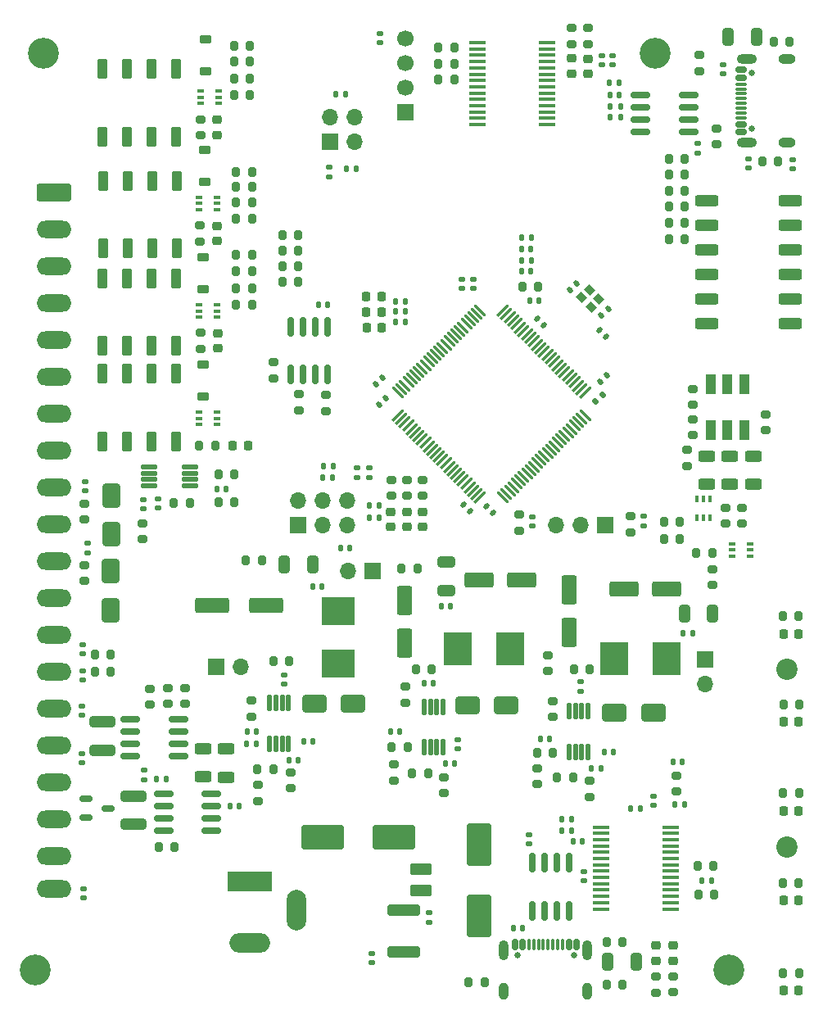
<source format=gbr>
%TF.GenerationSoftware,KiCad,Pcbnew,9.0.2*%
%TF.CreationDate,2025-12-23T12:34:07+01:00*%
%TF.ProjectId,HilBox,48696c42-6f78-42e6-9b69-6361645f7063,rev?*%
%TF.SameCoordinates,Original*%
%TF.FileFunction,Soldermask,Top*%
%TF.FilePolarity,Negative*%
%FSLAX46Y46*%
G04 Gerber Fmt 4.6, Leading zero omitted, Abs format (unit mm)*
G04 Created by KiCad (PCBNEW 9.0.2) date 2025-12-23 12:34:07*
%MOMM*%
%LPD*%
G01*
G04 APERTURE LIST*
G04 Aperture macros list*
%AMRoundRect*
0 Rectangle with rounded corners*
0 $1 Rounding radius*
0 $2 $3 $4 $5 $6 $7 $8 $9 X,Y pos of 4 corners*
0 Add a 4 corners polygon primitive as box body*
4,1,4,$2,$3,$4,$5,$6,$7,$8,$9,$2,$3,0*
0 Add four circle primitives for the rounded corners*
1,1,$1+$1,$2,$3*
1,1,$1+$1,$4,$5*
1,1,$1+$1,$6,$7*
1,1,$1+$1,$8,$9*
0 Add four rect primitives between the rounded corners*
20,1,$1+$1,$2,$3,$4,$5,0*
20,1,$1+$1,$4,$5,$6,$7,0*
20,1,$1+$1,$6,$7,$8,$9,0*
20,1,$1+$1,$8,$9,$2,$3,0*%
%AMRotRect*
0 Rectangle, with rotation*
0 The origin of the aperture is its center*
0 $1 length*
0 $2 width*
0 $3 Rotation angle, in degrees counterclockwise*
0 Add horizontal line*
21,1,$1,$2,0,0,$3*%
G04 Aperture macros list end*
%ADD10C,2.200000*%
%ADD11C,3.200000*%
%ADD12RoundRect,0.102000X0.400000X0.900000X-0.400000X0.900000X-0.400000X-0.900000X0.400000X-0.900000X0*%
%ADD13RoundRect,0.200000X-0.200000X-0.275000X0.200000X-0.275000X0.200000X0.275000X-0.200000X0.275000X0*%
%ADD14RoundRect,0.140000X-0.170000X0.140000X-0.170000X-0.140000X0.170000X-0.140000X0.170000X0.140000X0*%
%ADD15RoundRect,0.250000X-0.970000X-0.310000X0.970000X-0.310000X0.970000X0.310000X-0.970000X0.310000X0*%
%ADD16RoundRect,0.218750X-0.218750X-0.256250X0.218750X-0.256250X0.218750X0.256250X-0.218750X0.256250X0*%
%ADD17RoundRect,0.200000X0.200000X0.275000X-0.200000X0.275000X-0.200000X-0.275000X0.200000X-0.275000X0*%
%ADD18R,1.750000X0.450000*%
%ADD19O,1.800000X1.000000*%
%ADD20O,2.100000X1.000000*%
%ADD21RoundRect,0.150000X0.425000X-0.150000X0.425000X0.150000X-0.425000X0.150000X-0.425000X-0.150000X0*%
%ADD22RoundRect,0.075000X0.500000X-0.075000X0.500000X0.075000X-0.500000X0.075000X-0.500000X-0.075000X0*%
%ADD23C,0.650000*%
%ADD24RoundRect,0.200000X0.275000X-0.200000X0.275000X0.200000X-0.275000X0.200000X-0.275000X-0.200000X0*%
%ADD25RoundRect,0.200000X-0.275000X0.200000X-0.275000X-0.200000X0.275000X-0.200000X0.275000X0.200000X0*%
%ADD26RoundRect,0.250000X0.625000X-0.312500X0.625000X0.312500X-0.625000X0.312500X-0.625000X-0.312500X0*%
%ADD27RoundRect,0.135000X0.135000X0.185000X-0.135000X0.185000X-0.135000X-0.185000X0.135000X-0.185000X0*%
%ADD28RoundRect,0.135000X-0.135000X-0.185000X0.135000X-0.185000X0.135000X0.185000X-0.135000X0.185000X0*%
%ADD29RoundRect,0.250000X-0.325000X-0.650000X0.325000X-0.650000X0.325000X0.650000X-0.325000X0.650000X0*%
%ADD30O,1.700000X1.700000*%
%ADD31R,1.700000X1.700000*%
%ADD32RoundRect,0.100000X-0.225000X-0.100000X0.225000X-0.100000X0.225000X0.100000X-0.225000X0.100000X0*%
%ADD33RoundRect,0.218750X-0.256250X0.218750X-0.256250X-0.218750X0.256250X-0.218750X0.256250X0.218750X0*%
%ADD34RoundRect,0.218750X0.218750X0.256250X-0.218750X0.256250X-0.218750X-0.256250X0.218750X-0.256250X0*%
%ADD35RoundRect,0.140000X0.170000X-0.140000X0.170000X0.140000X-0.170000X0.140000X-0.170000X-0.140000X0*%
%ADD36O,3.600000X1.800000*%
%ADD37RoundRect,0.250000X-1.550000X0.650000X-1.550000X-0.650000X1.550000X-0.650000X1.550000X0.650000X0*%
%ADD38RoundRect,0.140000X-0.021213X0.219203X-0.219203X0.021213X0.021213X-0.219203X0.219203X-0.021213X0*%
%ADD39RoundRect,0.225000X-0.375000X0.225000X-0.375000X-0.225000X0.375000X-0.225000X0.375000X0.225000X0*%
%ADD40O,2.000000X4.200000*%
%ADD41O,4.200000X2.000000*%
%ADD42R,4.600000X2.000000*%
%ADD43RoundRect,0.250000X-1.250000X-0.550000X1.250000X-0.550000X1.250000X0.550000X-1.250000X0.550000X0*%
%ADD44RoundRect,0.100000X0.100000X-0.225000X0.100000X0.225000X-0.100000X0.225000X-0.100000X-0.225000X0*%
%ADD45R,1.100000X2.000000*%
%ADD46RoundRect,0.250000X0.325000X0.650000X-0.325000X0.650000X-0.325000X-0.650000X0.325000X-0.650000X0*%
%ADD47RoundRect,0.135000X0.185000X-0.135000X0.185000X0.135000X-0.185000X0.135000X-0.185000X-0.135000X0*%
%ADD48RoundRect,0.250000X0.650000X-0.325000X0.650000X0.325000X-0.650000X0.325000X-0.650000X-0.325000X0*%
%ADD49RoundRect,0.150000X0.825000X0.150000X-0.825000X0.150000X-0.825000X-0.150000X0.825000X-0.150000X0*%
%ADD50RoundRect,0.140000X-0.140000X-0.170000X0.140000X-0.170000X0.140000X0.170000X-0.140000X0.170000X0*%
%ADD51RoundRect,0.218750X0.256250X-0.218750X0.256250X0.218750X-0.256250X0.218750X-0.256250X-0.218750X0*%
%ADD52RoundRect,0.250000X1.450000X-0.312500X1.450000X0.312500X-1.450000X0.312500X-1.450000X-0.312500X0*%
%ADD53RoundRect,0.140000X-0.219203X-0.021213X-0.021213X-0.219203X0.219203X0.021213X0.021213X0.219203X0*%
%ADD54RoundRect,0.250000X1.000000X-1.950000X1.000000X1.950000X-1.000000X1.950000X-1.000000X-1.950000X0*%
%ADD55RoundRect,0.150000X0.150000X-0.825000X0.150000X0.825000X-0.150000X0.825000X-0.150000X-0.825000X0*%
%ADD56RoundRect,0.250000X-1.075000X0.312500X-1.075000X-0.312500X1.075000X-0.312500X1.075000X0.312500X0*%
%ADD57RoundRect,0.250000X-1.000000X-0.650000X1.000000X-0.650000X1.000000X0.650000X-1.000000X0.650000X0*%
%ADD58RoundRect,0.140000X0.140000X0.170000X-0.140000X0.170000X-0.140000X-0.170000X0.140000X-0.170000X0*%
%ADD59RoundRect,0.125000X-0.125000X0.687500X-0.125000X-0.687500X0.125000X-0.687500X0.125000X0.687500X0*%
%ADD60C,1.700000*%
%ADD61RoundRect,0.150000X-0.150000X0.825000X-0.150000X-0.825000X0.150000X-0.825000X0.150000X0.825000X0*%
%ADD62RoundRect,0.140000X0.021213X-0.219203X0.219203X-0.021213X-0.021213X0.219203X-0.219203X0.021213X0*%
%ADD63RotRect,0.900000X0.800000X315.000000*%
%ADD64RoundRect,0.125000X0.687500X0.125000X-0.687500X0.125000X-0.687500X-0.125000X0.687500X-0.125000X0*%
%ADD65RoundRect,0.135000X-0.185000X0.135000X-0.185000X-0.135000X0.185000X-0.135000X0.185000X0.135000X0*%
%ADD66RoundRect,0.150000X-0.150000X-0.425000X0.150000X-0.425000X0.150000X0.425000X-0.150000X0.425000X0*%
%ADD67RoundRect,0.075000X-0.075000X-0.500000X0.075000X-0.500000X0.075000X0.500000X-0.075000X0.500000X0*%
%ADD68O,1.000000X2.100000*%
%ADD69O,1.000000X1.800000*%
%ADD70R,3.500000X2.950000*%
%ADD71RoundRect,0.250000X0.550000X-1.250000X0.550000X1.250000X-0.550000X1.250000X-0.550000X-1.250000X0*%
%ADD72RoundRect,0.250000X1.075000X-0.312500X1.075000X0.312500X-1.075000X0.312500X-1.075000X-0.312500X0*%
%ADD73R,2.950000X3.500000*%
%ADD74RoundRect,0.150000X-0.512500X-0.150000X0.512500X-0.150000X0.512500X0.150000X-0.512500X0.150000X0*%
%ADD75RoundRect,0.135000X-0.035355X0.226274X-0.226274X0.035355X0.035355X-0.226274X0.226274X-0.035355X0*%
%ADD76RoundRect,0.250000X1.500000X0.550000X-1.500000X0.550000X-1.500000X-0.550000X1.500000X-0.550000X0*%
%ADD77RoundRect,0.250000X-0.650000X1.000000X-0.650000X-1.000000X0.650000X-1.000000X0.650000X1.000000X0*%
%ADD78RoundRect,0.250000X0.850000X-0.375000X0.850000X0.375000X-0.850000X0.375000X-0.850000X-0.375000X0*%
%ADD79RoundRect,0.250000X1.950000X1.000000X-1.950000X1.000000X-1.950000X-1.000000X1.950000X-1.000000X0*%
%ADD80RoundRect,0.075000X0.459619X0.565685X-0.565685X-0.459619X-0.459619X-0.565685X0.565685X0.459619X0*%
%ADD81RoundRect,0.075000X-0.459619X0.565685X-0.565685X0.459619X0.459619X-0.565685X0.565685X-0.459619X0*%
G04 APERTURE END LIST*
D10*
%TO.C,H5*%
X118300000Y-117900000D03*
%TD*%
%TO.C,H6*%
X118300000Y-136300000D03*
%TD*%
D11*
%TO.C,H4*%
X112350000Y-149000000D03*
%TD*%
%TO.C,H3*%
X40600000Y-149000000D03*
%TD*%
D12*
%TO.C,K4*%
X55210000Y-55862500D03*
X52670000Y-55862500D03*
X50130000Y-55862500D03*
X47590000Y-55862500D03*
X47590000Y-62862500D03*
X50130000Y-62862500D03*
X52670000Y-62862500D03*
X55210000Y-62862500D03*
%TD*%
D13*
%TO.C,R14*%
X82275000Y-55400000D03*
X83925000Y-55400000D03*
%TD*%
D14*
%TO.C,C7*%
X76300000Y-52220000D03*
X76300000Y-53180000D03*
%TD*%
D11*
%TO.C,H2*%
X104700000Y-54250000D03*
%TD*%
D15*
%TO.C,SW1*%
X118655000Y-69500000D03*
X118655000Y-72040000D03*
X118655000Y-74580000D03*
X118655000Y-77120000D03*
X118655000Y-79660000D03*
X118655000Y-82200000D03*
X110045000Y-82200000D03*
X110045000Y-79660000D03*
X110045000Y-77120000D03*
X110045000Y-74580000D03*
X110045000Y-72040000D03*
X110045000Y-69500000D03*
%TD*%
D16*
%TO.C,D7*%
X119537500Y-114300000D03*
X117962500Y-114300000D03*
%TD*%
D17*
%TO.C,R27*%
X117875000Y-112400000D03*
X119525000Y-112400000D03*
%TD*%
D18*
%TO.C,U12*%
X86300000Y-53175000D03*
X86300000Y-53825000D03*
X86300000Y-54475000D03*
X86300000Y-55125000D03*
X86300000Y-55775000D03*
X86300000Y-56425000D03*
X86300000Y-57075000D03*
X86300000Y-57725000D03*
X86300000Y-58375000D03*
X86300000Y-59025000D03*
X86300000Y-59675000D03*
X86300000Y-60325000D03*
X86300000Y-60975000D03*
X86300000Y-61625000D03*
X93500000Y-61625000D03*
X93500000Y-60975000D03*
X93500000Y-60325000D03*
X93500000Y-59675000D03*
X93500000Y-59025000D03*
X93500000Y-58375000D03*
X93500000Y-57725000D03*
X93500000Y-57075000D03*
X93500000Y-56425000D03*
X93500000Y-55775000D03*
X93500000Y-55125000D03*
X93500000Y-54475000D03*
X93500000Y-53825000D03*
X93500000Y-53175000D03*
%TD*%
D19*
%TO.C,J7*%
X118375000Y-54880000D03*
D20*
X114195000Y-54880000D03*
D19*
X118375000Y-63520000D03*
D20*
X114195000Y-63520000D03*
D21*
X113620000Y-62400000D03*
X113620000Y-61600000D03*
D22*
X113620000Y-60950000D03*
X113620000Y-59950000D03*
X113620000Y-58450000D03*
X113620000Y-57450000D03*
D21*
X113620000Y-56800000D03*
X113620000Y-56000000D03*
X113620000Y-56000000D03*
X113620000Y-56800000D03*
D22*
X113620000Y-57950000D03*
X113620000Y-58950000D03*
X113620000Y-59450000D03*
X113620000Y-60450000D03*
D21*
X113620000Y-61600000D03*
X113620000Y-62400000D03*
D23*
X114695000Y-56310000D03*
X114695000Y-62090000D03*
%TD*%
D14*
%TO.C,C17*%
X114400000Y-66110000D03*
X114400000Y-65150000D03*
%TD*%
D17*
%TO.C,R20*%
X115775000Y-65400000D03*
X117425000Y-65400000D03*
%TD*%
D14*
%TO.C,C16*%
X118900000Y-66230000D03*
X118900000Y-65270000D03*
%TD*%
%TO.C,C15*%
X109150000Y-64580000D03*
X109150000Y-63620000D03*
%TD*%
D24*
%TO.C,R17*%
X111050000Y-62025000D03*
X111050000Y-63675000D03*
%TD*%
D16*
%TO.C,D11*%
X119537500Y-151150000D03*
X117962500Y-151150000D03*
%TD*%
D17*
%TO.C,R31*%
X117925000Y-149350000D03*
X119575000Y-149350000D03*
%TD*%
D16*
%TO.C,D10*%
X119537500Y-141800000D03*
X117962500Y-141800000D03*
%TD*%
D25*
%TO.C,R16*%
X109300000Y-56125000D03*
X109300000Y-54475000D03*
%TD*%
%TO.C,R43*%
X108600000Y-93725000D03*
X108600000Y-92075000D03*
%TD*%
D26*
%TO.C,R40*%
X110050000Y-98812500D03*
X110050000Y-95887500D03*
%TD*%
%TO.C,R39*%
X114850000Y-98812500D03*
X114850000Y-95887500D03*
%TD*%
%TO.C,R38*%
X112450000Y-98812500D03*
X112450000Y-95887500D03*
%TD*%
D27*
%TO.C,R193*%
X90890000Y-73350000D03*
X91910000Y-73350000D03*
%TD*%
D28*
%TO.C,R113*%
X62490000Y-125600000D03*
X63510000Y-125600000D03*
%TD*%
D26*
%TO.C,R83*%
X57950000Y-129062500D03*
X57950000Y-126137500D03*
%TD*%
%TO.C,R82*%
X60350000Y-129112500D03*
X60350000Y-126187500D03*
%TD*%
D29*
%TO.C,C116*%
X69275000Y-107100000D03*
X66325000Y-107100000D03*
%TD*%
D30*
%TO.C,J24*%
X72855000Y-100485000D03*
X72854999Y-103025000D03*
X70315000Y-100485000D03*
X70315000Y-103025000D03*
X67775000Y-100485000D03*
D31*
X67775000Y-103025000D03*
%TD*%
D24*
%TO.C,R69*%
X57700000Y-83175000D03*
X57700000Y-84825000D03*
%TD*%
D13*
%TO.C,R66*%
X67825000Y-73100000D03*
X66175000Y-73100000D03*
%TD*%
D32*
%TO.C,Q9*%
X59450000Y-91350000D03*
X59450000Y-92000000D03*
X59450000Y-92650000D03*
X57550000Y-92650000D03*
X57550000Y-92000000D03*
X57550000Y-91350000D03*
%TD*%
D13*
%TO.C,R65*%
X67825000Y-74700000D03*
X66175000Y-74700000D03*
%TD*%
%TO.C,R164*%
X67825000Y-77900000D03*
X66175000Y-77900000D03*
%TD*%
%TO.C,R64*%
X59225000Y-94800000D03*
X57575000Y-94800000D03*
%TD*%
%TO.C,R165*%
X67825000Y-76300000D03*
X66175000Y-76300000D03*
%TD*%
D33*
%TO.C,D15*%
X59400000Y-61137500D03*
X59400000Y-62712500D03*
%TD*%
%TO.C,D14*%
X59400000Y-72112500D03*
X59400000Y-73687500D03*
%TD*%
%TO.C,D12*%
X59500000Y-83212500D03*
X59500000Y-84787500D03*
%TD*%
D34*
%TO.C,D3*%
X62587500Y-94800000D03*
X61012500Y-94800000D03*
%TD*%
D28*
%TO.C,R13*%
X77840000Y-79900000D03*
X78860000Y-79900000D03*
%TD*%
D14*
%TO.C,C5*%
X45550000Y-118070000D03*
X45550000Y-119030000D03*
%TD*%
D35*
%TO.C,C3*%
X45550000Y-116330000D03*
X45550000Y-115370000D03*
%TD*%
D36*
%TO.C,J1*%
X42519600Y-140614400D03*
X42519600Y-137199400D03*
X42519600Y-133389400D03*
X42519600Y-129579400D03*
X42519600Y-125769400D03*
X42519600Y-121959400D03*
X42519600Y-118149400D03*
X42519600Y-114339400D03*
X42519600Y-110529400D03*
X42519600Y-106719400D03*
X42519600Y-102909400D03*
X42519600Y-99099400D03*
X42519600Y-95289400D03*
X42519600Y-91479400D03*
X42519600Y-87669400D03*
X42519600Y-83859400D03*
X42519600Y-80049400D03*
X42519600Y-76239400D03*
X42519600Y-72429400D03*
D37*
X42519600Y-68619400D03*
%TD*%
D38*
%TO.C,C101*%
X75810589Y-88439411D03*
X76489411Y-87760589D03*
%TD*%
D28*
%TO.C,R125*%
X78860000Y-80950000D03*
X77840000Y-80950000D03*
%TD*%
%TO.C,R166*%
X78860000Y-82000000D03*
X77840000Y-82000000D03*
%TD*%
D39*
%TO.C,D21*%
X58100000Y-64250000D03*
X58100000Y-67550000D03*
%TD*%
%TO.C,D19*%
X58000000Y-75350000D03*
X58000000Y-78650000D03*
%TD*%
%TO.C,D16*%
X58000000Y-86450000D03*
X58000000Y-89750000D03*
%TD*%
%TO.C,D4*%
X58250000Y-52850000D03*
X58250000Y-56150000D03*
%TD*%
D24*
%TO.C,R12*%
X57700000Y-62750000D03*
X57700000Y-61100000D03*
%TD*%
D13*
%TO.C,R11*%
X61150000Y-53500000D03*
X62800000Y-53500000D03*
%TD*%
%TO.C,R10*%
X61150000Y-58600000D03*
X62800000Y-58600000D03*
%TD*%
%TO.C,R9*%
X61150000Y-56900000D03*
X62800000Y-56900000D03*
%TD*%
%TO.C,R8*%
X61150000Y-55100000D03*
X62800000Y-55100000D03*
%TD*%
D32*
%TO.C,Q3*%
X57700000Y-58150000D03*
X57700000Y-58800000D03*
X57700000Y-59450000D03*
X59600000Y-59450000D03*
X59600000Y-58800000D03*
X59600000Y-58150000D03*
%TD*%
D40*
%TO.C,J2*%
X67600000Y-142800000D03*
D41*
X62800000Y-146200000D03*
D42*
X62800000Y-139900000D03*
%TD*%
D14*
%TO.C,C22*%
X45600000Y-141580000D03*
X45600000Y-140620000D03*
%TD*%
D35*
%TO.C,C48*%
X45400000Y-121720000D03*
X45400000Y-122680000D03*
%TD*%
D24*
%TO.C,R85*%
X56100000Y-119875000D03*
X56100000Y-121525000D03*
%TD*%
D43*
%TO.C,C60*%
X105900000Y-109600000D03*
X101500000Y-109600000D03*
%TD*%
D25*
%TO.C,R51*%
X110600000Y-107575000D03*
X110600000Y-109225000D03*
%TD*%
D17*
%TO.C,R50*%
X110625000Y-105950000D03*
X108975000Y-105950000D03*
%TD*%
D25*
%TO.C,R49*%
X113650000Y-101225000D03*
X113650000Y-102875000D03*
%TD*%
%TO.C,R48*%
X112000000Y-101225000D03*
X112000000Y-102875000D03*
%TD*%
D24*
%TO.C,R46*%
X108600000Y-90625000D03*
X108600000Y-88975000D03*
%TD*%
D25*
%TO.C,R45*%
X116150000Y-91575000D03*
X116150000Y-93225000D03*
%TD*%
%TO.C,R44*%
X108000000Y-95275000D03*
X108000000Y-96925000D03*
%TD*%
D17*
%TO.C,R42*%
X107275000Y-102700000D03*
X105625000Y-102700000D03*
%TD*%
D13*
%TO.C,R41*%
X105625000Y-104450000D03*
X107275000Y-104450000D03*
%TD*%
D32*
%TO.C,Q2*%
X112650000Y-104950000D03*
X112650000Y-105600000D03*
X112650000Y-106250000D03*
X114550000Y-106250000D03*
X114550000Y-105600000D03*
X114550000Y-104950000D03*
%TD*%
D44*
%TO.C,Q1*%
X109050000Y-102250000D03*
X109700000Y-102250000D03*
X110350000Y-102250000D03*
X110350000Y-100350000D03*
X109700000Y-100350000D03*
X109050000Y-100350000D03*
%TD*%
D45*
%TO.C,D13*%
X110500000Y-93250000D03*
X112200000Y-93250000D03*
X113900000Y-93250000D03*
X113900000Y-88450000D03*
X112200000Y-88450000D03*
X110500000Y-88450000D03*
%TD*%
D46*
%TO.C,C95*%
X99825000Y-148200000D03*
X102775000Y-148200000D03*
%TD*%
D17*
%TO.C,R32*%
X107775000Y-65200000D03*
X106125000Y-65200000D03*
%TD*%
D47*
%TO.C,R161*%
X71035000Y-67075000D03*
X71035000Y-66055000D03*
%TD*%
D17*
%TO.C,R3*%
X61225000Y-97800000D03*
X59575000Y-97800000D03*
%TD*%
%TO.C,R148*%
X48425000Y-116450000D03*
X46775000Y-116450000D03*
%TD*%
D13*
%TO.C,R105*%
X79975000Y-117900000D03*
X81625000Y-117900000D03*
%TD*%
D17*
%TO.C,R15*%
X118625000Y-53050000D03*
X116975000Y-53050000D03*
%TD*%
D35*
%TO.C,C6*%
X45800000Y-99480000D03*
X45800000Y-98520000D03*
%TD*%
D48*
%TO.C,C115*%
X83100000Y-109775000D03*
X83100000Y-106825000D03*
%TD*%
D49*
%TO.C,U28*%
X55425000Y-126905000D03*
X55425000Y-125635000D03*
X55425000Y-124365000D03*
X55425000Y-123095000D03*
X50475000Y-123095000D03*
X50475000Y-124365000D03*
X50475000Y-125635000D03*
X50475000Y-126905000D03*
%TD*%
D17*
%TO.C,R110*%
X65225000Y-128300000D03*
X63575000Y-128300000D03*
%TD*%
D50*
%TO.C,C59*%
X92820000Y-125150000D03*
X93780000Y-125150000D03*
%TD*%
D51*
%TO.C,D5*%
X96100000Y-56387500D03*
X96100000Y-54812500D03*
%TD*%
D17*
%TO.C,R115*%
X64025000Y-106700000D03*
X62375000Y-106700000D03*
%TD*%
D13*
%TO.C,R98*%
X92475000Y-126600000D03*
X94125000Y-126600000D03*
%TD*%
D31*
%TO.C,J22*%
X75475000Y-107800000D03*
D30*
X72935000Y-107800000D03*
%TD*%
D17*
%TO.C,R36*%
X107775000Y-71750000D03*
X106125000Y-71750000D03*
%TD*%
D52*
%TO.C,F1*%
X78750000Y-147137500D03*
X78750000Y-142862500D03*
%TD*%
D53*
%TO.C,C85*%
X92500000Y-81700000D03*
X93178822Y-82378822D03*
%TD*%
D51*
%TO.C,D36*%
X79050000Y-103237500D03*
X79050000Y-101662500D03*
%TD*%
D27*
%TO.C,R163*%
X72745000Y-58465000D03*
X71725000Y-58465000D03*
%TD*%
D17*
%TO.C,R144*%
X101325000Y-146100000D03*
X99675000Y-146100000D03*
%TD*%
D54*
%TO.C,C54*%
X86500000Y-143450000D03*
X86500000Y-136050000D03*
%TD*%
D17*
%TO.C,R37*%
X107775000Y-73450000D03*
X106125000Y-73450000D03*
%TD*%
D35*
%TO.C,C70*%
X66325000Y-119480000D03*
X66325000Y-118520000D03*
%TD*%
D50*
%TO.C,C18*%
X100020000Y-58550000D03*
X100980000Y-58550000D03*
%TD*%
D55*
%TO.C,U4*%
X91995000Y-142875000D03*
X93265000Y-142875000D03*
X94535000Y-142875000D03*
X95805000Y-142875000D03*
X95805000Y-137925000D03*
X94535000Y-137925000D03*
X93265000Y-137925000D03*
X91995000Y-137925000D03*
%TD*%
D17*
%TO.C,R28*%
X119625000Y-121600000D03*
X117975000Y-121600000D03*
%TD*%
D56*
%TO.C,R87*%
X47550000Y-123387500D03*
X47550000Y-126312500D03*
%TD*%
D25*
%TO.C,R130*%
X77450000Y-98375000D03*
X77450000Y-100025000D03*
%TD*%
%TO.C,R157*%
X90650000Y-101975000D03*
X90650000Y-103625000D03*
%TD*%
D14*
%TO.C,C63*%
X84300000Y-125220000D03*
X84300000Y-126180000D03*
%TD*%
D25*
%TO.C,R184*%
X45700000Y-107175000D03*
X45700000Y-108825000D03*
%TD*%
D57*
%TO.C,D28*%
X85300000Y-121700000D03*
X89300000Y-121700000D03*
%TD*%
D24*
%TO.C,R101*%
X97900000Y-131125000D03*
X97900000Y-129475000D03*
%TD*%
D28*
%TO.C,R162*%
X72825000Y-66165000D03*
X73845000Y-66165000D03*
%TD*%
D58*
%TO.C,C71*%
X70280000Y-109400000D03*
X69320000Y-109400000D03*
%TD*%
D50*
%TO.C,C73*%
X62520000Y-124400000D03*
X63480000Y-124400000D03*
%TD*%
D24*
%TO.C,R104*%
X78850000Y-121375000D03*
X78850000Y-119725000D03*
%TD*%
D35*
%TO.C,C42*%
X104500000Y-132030000D03*
X104500000Y-131070000D03*
%TD*%
%TO.C,C20*%
X100300000Y-55480000D03*
X100300000Y-54520000D03*
%TD*%
D49*
%TO.C,U27*%
X58825000Y-134605000D03*
X58825000Y-133335000D03*
X58825000Y-132065000D03*
X58825000Y-130795000D03*
X53875000Y-130795000D03*
X53875000Y-132065000D03*
X53875000Y-133335000D03*
X53875000Y-134605000D03*
%TD*%
D11*
%TO.C,H1*%
X41450000Y-54250000D03*
%TD*%
D58*
%TO.C,C96*%
X90980000Y-144700000D03*
X90020000Y-144700000D03*
%TD*%
D17*
%TO.C,R142*%
X101325000Y-150500000D03*
X99675000Y-150500000D03*
%TD*%
D28*
%TO.C,R18*%
X95090000Y-133400000D03*
X96110000Y-133400000D03*
%TD*%
D17*
%TO.C,R35*%
X107775000Y-70100000D03*
X106125000Y-70100000D03*
%TD*%
D49*
%TO.C,U11*%
X108175000Y-62355000D03*
X108175000Y-61085000D03*
X108175000Y-59815000D03*
X108175000Y-58545000D03*
X103225000Y-58545000D03*
X103225000Y-59815000D03*
X103225000Y-61085000D03*
X103225000Y-62355000D03*
%TD*%
D25*
%TO.C,R114*%
X63650000Y-129875000D03*
X63650000Y-131525000D03*
%TD*%
D59*
%TO.C,U31*%
X66800000Y-121387500D03*
X66150000Y-121387500D03*
X65500000Y-121387500D03*
X64850000Y-121387500D03*
X64850000Y-125612500D03*
X65500000Y-125612500D03*
X66150000Y-125612500D03*
X66800000Y-125612500D03*
%TD*%
D24*
%TO.C,R124*%
X106600000Y-151325000D03*
X106600000Y-149675000D03*
%TD*%
D50*
%TO.C,C69*%
X68345000Y-125350000D03*
X69305000Y-125350000D03*
%TD*%
D16*
%TO.C,D8*%
X117962500Y-123350000D03*
X119537500Y-123350000D03*
%TD*%
D14*
%TO.C,C40*%
X97300000Y-138820000D03*
X97300000Y-139780000D03*
%TD*%
D25*
%TO.C,R116*%
X106950000Y-130550000D03*
X106950000Y-128900000D03*
%TD*%
D13*
%TO.C,R146*%
X109075000Y-138275000D03*
X110725000Y-138275000D03*
%TD*%
D31*
%TO.C,J8*%
X78900000Y-60380000D03*
D60*
X78900000Y-57840000D03*
X78900000Y-55300000D03*
X78900000Y-52760000D03*
%TD*%
D25*
%TO.C,R2*%
X67850000Y-89525000D03*
X67850000Y-91175000D03*
%TD*%
D13*
%TO.C,R178*%
X61375000Y-69700000D03*
X63025000Y-69700000D03*
%TD*%
D50*
%TO.C,C77*%
X107730000Y-131925000D03*
X106770000Y-131925000D03*
%TD*%
%TO.C,C43*%
X60770000Y-132100000D03*
X61730000Y-132100000D03*
%TD*%
D25*
%TO.C,R7*%
X65250000Y-86225000D03*
X65250000Y-87875000D03*
%TD*%
D27*
%TO.C,R172*%
X76160000Y-101000000D03*
X75140000Y-101000000D03*
%TD*%
D50*
%TO.C,C65*%
X82620000Y-111400000D03*
X83580000Y-111400000D03*
%TD*%
D17*
%TO.C,R122*%
X48425000Y-118200000D03*
X46775000Y-118200000D03*
%TD*%
D25*
%TO.C,R1*%
X70700000Y-89575000D03*
X70700000Y-91225000D03*
%TD*%
D28*
%TO.C,R195*%
X95090000Y-134600000D03*
X96110000Y-134600000D03*
%TD*%
D61*
%TO.C,U2*%
X70855000Y-82525000D03*
X69585000Y-82525000D03*
X68315000Y-82525000D03*
X67045000Y-82525000D03*
X67045000Y-87475000D03*
X68315000Y-87475000D03*
X69585000Y-87475000D03*
X70855000Y-87475000D03*
%TD*%
D13*
%TO.C,R71*%
X61375000Y-66500000D03*
X63025000Y-66500000D03*
%TD*%
D25*
%TO.C,R129*%
X79050000Y-98375000D03*
X79050000Y-100025000D03*
%TD*%
D28*
%TO.C,R127*%
X70330000Y-98100000D03*
X71350000Y-98100000D03*
%TD*%
D13*
%TO.C,R175*%
X61375000Y-78600000D03*
X63025000Y-78600000D03*
%TD*%
D51*
%TO.C,D6*%
X97800000Y-56400000D03*
X97800000Y-54825000D03*
%TD*%
D53*
%TO.C,C81*%
X87260589Y-101060589D03*
X87939411Y-101739411D03*
%TD*%
D17*
%TO.C,R108*%
X80125000Y-107500000D03*
X78475000Y-107500000D03*
%TD*%
D28*
%TO.C,R22*%
X99990000Y-57350000D03*
X101010000Y-57350000D03*
%TD*%
D58*
%TO.C,C88*%
X92680000Y-79800000D03*
X91720000Y-79800000D03*
%TD*%
D62*
%TO.C,C83*%
X99060589Y-88239411D03*
X99739411Y-87560589D03*
%TD*%
D35*
%TO.C,C84*%
X85900000Y-78580000D03*
X85900000Y-77620000D03*
%TD*%
D25*
%TO.C,R107*%
X77700000Y-127775000D03*
X77700000Y-129425000D03*
%TD*%
D51*
%TO.C,D35*%
X80650000Y-103237500D03*
X80650000Y-101662500D03*
%TD*%
D17*
%TO.C,R96*%
X96225000Y-129100000D03*
X94575000Y-129100000D03*
%TD*%
D28*
%TO.C,R174*%
X102190000Y-132300000D03*
X103210000Y-132300000D03*
%TD*%
D13*
%TO.C,R106*%
X77475000Y-126000000D03*
X79125000Y-126000000D03*
%TD*%
D31*
%TO.C,J21*%
X109850000Y-116925000D03*
D30*
X109850000Y-119465000D03*
%TD*%
D13*
%TO.C,R176*%
X61375000Y-80300000D03*
X63025000Y-80300000D03*
%TD*%
D38*
%TO.C,C82*%
X76845135Y-89908954D03*
X76166313Y-90587776D03*
%TD*%
D25*
%TO.C,R99*%
X92500000Y-128175000D03*
X92500000Y-129825000D03*
%TD*%
D14*
%TO.C,C47*%
X92000000Y-102170000D03*
X92000000Y-103130000D03*
%TD*%
D59*
%TO.C,U30*%
X82775000Y-121787500D03*
X82125000Y-121787500D03*
X81475000Y-121787500D03*
X80825000Y-121787500D03*
X80825000Y-126012500D03*
X81475000Y-126012500D03*
X82125000Y-126012500D03*
X82775000Y-126012500D03*
%TD*%
D63*
%TO.C,Y1*%
X97116117Y-79493934D03*
X98106066Y-80483883D03*
X98883883Y-79706066D03*
X97893934Y-78716117D03*
%TD*%
D64*
%TO.C,U24*%
X56612500Y-98975000D03*
X56612500Y-98325000D03*
X56612500Y-97675000D03*
X56612500Y-97025000D03*
X52387500Y-97025000D03*
X52387500Y-97675000D03*
X52387500Y-98325000D03*
X52387500Y-98975000D03*
%TD*%
D50*
%TO.C,C106*%
X59370000Y-99300000D03*
X60330000Y-99300000D03*
%TD*%
D24*
%TO.C,R88*%
X52500000Y-121575000D03*
X52500000Y-119925000D03*
%TD*%
%TO.C,R109*%
X67000000Y-130225000D03*
X67000000Y-128575000D03*
%TD*%
D50*
%TO.C,C87*%
X90920000Y-76800000D03*
X91880000Y-76800000D03*
%TD*%
D58*
%TO.C,C64*%
X81780000Y-119400000D03*
X80820000Y-119400000D03*
%TD*%
D12*
%TO.C,K3*%
X55260000Y-67450000D03*
X52720000Y-67450000D03*
X50180000Y-67450000D03*
X47640000Y-67450000D03*
X47640000Y-74450000D03*
X50180000Y-74450000D03*
X52720000Y-74450000D03*
X55260000Y-74450000D03*
%TD*%
D25*
%TO.C,R156*%
X102200000Y-102125000D03*
X102200000Y-103775000D03*
%TD*%
D35*
%TO.C,C99*%
X84700000Y-78580000D03*
X84700000Y-77620000D03*
%TD*%
D58*
%TO.C,C41*%
X97180000Y-135700000D03*
X96220000Y-135700000D03*
%TD*%
D31*
%TO.C,J20*%
X71060000Y-63440000D03*
D30*
X71060000Y-60900000D03*
X73600000Y-63440000D03*
X73600000Y-60900000D03*
%TD*%
D31*
%TO.C,J23*%
X59300000Y-117700000D03*
D30*
X61840000Y-117700000D03*
%TD*%
D31*
%TO.C,J11*%
X99580000Y-103000000D03*
D30*
X97040000Y-103000000D03*
X94500000Y-103000000D03*
%TD*%
D35*
%TO.C,C4*%
X46000000Y-105880000D03*
X46000000Y-104920000D03*
%TD*%
D14*
%TO.C,C46*%
X103550000Y-102120000D03*
X103550000Y-103080000D03*
%TD*%
D16*
%TO.C,D33*%
X74862500Y-82650000D03*
X76437500Y-82650000D03*
%TD*%
D50*
%TO.C,C39*%
X109570000Y-139750000D03*
X110530000Y-139750000D03*
%TD*%
D28*
%TO.C,R167*%
X75140000Y-102300000D03*
X76160000Y-102300000D03*
%TD*%
D18*
%TO.C,U10*%
X106300000Y-142700000D03*
X106300000Y-142050000D03*
X106300000Y-141400000D03*
X106300000Y-140750000D03*
X106300000Y-140100000D03*
X106300000Y-139450000D03*
X106300000Y-138800000D03*
X106300000Y-138150000D03*
X106300000Y-137500000D03*
X106300000Y-136850000D03*
X106300000Y-136200000D03*
X106300000Y-135550000D03*
X106300000Y-134900000D03*
X106300000Y-134250000D03*
X99100000Y-134250000D03*
X99100000Y-134900000D03*
X99100000Y-135550000D03*
X99100000Y-136200000D03*
X99100000Y-136850000D03*
X99100000Y-137500000D03*
X99100000Y-138150000D03*
X99100000Y-138800000D03*
X99100000Y-139450000D03*
X99100000Y-140100000D03*
X99100000Y-140750000D03*
X99100000Y-141400000D03*
X99100000Y-142050000D03*
X99100000Y-142700000D03*
%TD*%
D17*
%TO.C,R29*%
X119575000Y-130750000D03*
X117925000Y-130750000D03*
%TD*%
D65*
%TO.C,R171*%
X75150000Y-97140000D03*
X75150000Y-98160000D03*
%TD*%
D13*
%TO.C,R143*%
X85425000Y-150250000D03*
X87075000Y-150250000D03*
%TD*%
D23*
%TO.C,J5*%
X90510000Y-147495000D03*
X96290000Y-147495000D03*
D66*
X90200000Y-146420000D03*
X91000000Y-146420000D03*
D67*
X92150000Y-146420000D03*
X93150000Y-146420000D03*
X93650000Y-146420000D03*
X94650000Y-146420000D03*
D66*
X95800000Y-146420000D03*
X96600000Y-146420000D03*
X96600000Y-146420000D03*
X95800000Y-146420000D03*
D67*
X95150000Y-146420000D03*
X94150000Y-146420000D03*
X92650000Y-146420000D03*
X91650000Y-146420000D03*
D66*
X91000000Y-146420000D03*
X90200000Y-146420000D03*
D68*
X89080000Y-146995000D03*
D69*
X89080000Y-151175000D03*
D68*
X97720000Y-146995000D03*
D69*
X97720000Y-151175000D03*
%TD*%
D58*
%TO.C,C61*%
X108580000Y-114200000D03*
X107620000Y-114200000D03*
%TD*%
D50*
%TO.C,C68*%
X66820000Y-127300000D03*
X67780000Y-127300000D03*
%TD*%
D17*
%TO.C,R81*%
X55025000Y-136300000D03*
X53375000Y-136300000D03*
%TD*%
D70*
%TO.C,L3*%
X71975000Y-117375000D03*
X71975000Y-111925000D03*
%TD*%
D28*
%TO.C,R118*%
X90890001Y-75650000D03*
X91909999Y-75650000D03*
%TD*%
D29*
%TO.C,C114*%
X107725000Y-112200000D03*
X110675000Y-112200000D03*
%TD*%
D35*
%TO.C,C14*%
X111700000Y-56400000D03*
X111700000Y-55440000D03*
%TD*%
D17*
%TO.C,R25*%
X83925000Y-57000000D03*
X82275000Y-57000000D03*
%TD*%
D71*
%TO.C,C74*%
X95800000Y-114100000D03*
X95800000Y-109700000D03*
%TD*%
D14*
%TO.C,C49*%
X45450000Y-126620000D03*
X45450000Y-127580000D03*
%TD*%
D59*
%TO.C,U29*%
X97775000Y-122237500D03*
X97125000Y-122237500D03*
X96475000Y-122237500D03*
X95825000Y-122237500D03*
X95825000Y-126462500D03*
X96475000Y-126462500D03*
X97125000Y-126462500D03*
X97775000Y-126462500D03*
%TD*%
D50*
%TO.C,C89*%
X90880589Y-74489411D03*
X91840589Y-74489411D03*
%TD*%
D17*
%TO.C,R147*%
X92625000Y-78400000D03*
X90975000Y-78400000D03*
%TD*%
D47*
%TO.C,R168*%
X73850000Y-98160000D03*
X73850000Y-97140000D03*
%TD*%
D72*
%TO.C,R86*%
X50800000Y-133962500D03*
X50800000Y-131037500D03*
%TD*%
D50*
%TO.C,C44*%
X53170000Y-129250000D03*
X54130000Y-129250000D03*
%TD*%
D25*
%TO.C,R6*%
X51700000Y-102825000D03*
X51700000Y-104475000D03*
%TD*%
D73*
%TO.C,L2*%
X89725000Y-115800000D03*
X84275000Y-115800000D03*
%TD*%
D25*
%TO.C,R185*%
X45700000Y-100825000D03*
X45700000Y-102475000D03*
%TD*%
%TO.C,R111*%
X63000000Y-121175000D03*
X63000000Y-122825000D03*
%TD*%
D74*
%TO.C,D52*%
X48137500Y-132300000D03*
X45862500Y-133250000D03*
X45862500Y-131350000D03*
%TD*%
D58*
%TO.C,C2*%
X70830000Y-80300000D03*
X69870000Y-80300000D03*
%TD*%
D13*
%TO.C,R145*%
X109175000Y-141200000D03*
X110825000Y-141200000D03*
%TD*%
D24*
%TO.C,R84*%
X54300000Y-121525000D03*
X54300000Y-119875000D03*
%TD*%
D13*
%TO.C,R177*%
X61375000Y-71400000D03*
X63025000Y-71400000D03*
%TD*%
D43*
%TO.C,C75*%
X86500000Y-108700000D03*
X90900000Y-108700000D03*
%TD*%
D17*
%TO.C,R34*%
X107775000Y-68450000D03*
X106125000Y-68450000D03*
%TD*%
%TO.C,R24*%
X83925000Y-53700000D03*
X82275000Y-53700000D03*
%TD*%
D62*
%TO.C,C98*%
X95860589Y-78739411D03*
X96539411Y-78060589D03*
%TD*%
D13*
%TO.C,R67*%
X61375000Y-76800000D03*
X63025000Y-76800000D03*
%TD*%
D75*
%TO.C,R117*%
X99260624Y-89539376D03*
X98539376Y-90260624D03*
%TD*%
D13*
%TO.C,R5*%
X54950000Y-100750000D03*
X56600000Y-100750000D03*
%TD*%
D27*
%TO.C,R19*%
X101110000Y-60850000D03*
X100090000Y-60850000D03*
%TD*%
D13*
%TO.C,R70*%
X61375000Y-68100000D03*
X63025000Y-68100000D03*
%TD*%
D24*
%TO.C,R123*%
X104800000Y-151375000D03*
X104800000Y-149725000D03*
%TD*%
D14*
%TO.C,C1*%
X51800000Y-100390000D03*
X51800000Y-101350000D03*
%TD*%
D73*
%TO.C,L1*%
X100475000Y-116800000D03*
X105925000Y-116800000D03*
%TD*%
D50*
%TO.C,C62*%
X83020000Y-127700000D03*
X83980000Y-127700000D03*
%TD*%
D25*
%TO.C,R100*%
X93600000Y-116475000D03*
X93600000Y-118125000D03*
%TD*%
D13*
%TO.C,R68*%
X61375000Y-75100000D03*
X63025000Y-75100000D03*
%TD*%
D24*
%TO.C,R72*%
X57600000Y-73725000D03*
X57600000Y-72075000D03*
%TD*%
D76*
%TO.C,C72*%
X64500000Y-111300000D03*
X58900000Y-111300000D03*
%TD*%
D13*
%TO.C,R112*%
X65225000Y-117100000D03*
X66875000Y-117100000D03*
%TD*%
D14*
%TO.C,C52*%
X81300000Y-143120000D03*
X81300000Y-144080000D03*
%TD*%
D25*
%TO.C,R23*%
X96100000Y-51675000D03*
X96100000Y-53325000D03*
%TD*%
D29*
%TO.C,C13*%
X112275000Y-52600000D03*
X115225000Y-52600000D03*
%TD*%
D16*
%TO.C,D34*%
X74812500Y-81000000D03*
X76387500Y-81000000D03*
%TD*%
D32*
%TO.C,Q10*%
X57550000Y-69150000D03*
X57550000Y-69800000D03*
X57550000Y-70450000D03*
X59450000Y-70450000D03*
X59450000Y-69800000D03*
X59450000Y-69150000D03*
%TD*%
D16*
%TO.C,D32*%
X74812500Y-79400000D03*
X76387500Y-79400000D03*
%TD*%
D50*
%TO.C,C76*%
X107530000Y-127525000D03*
X106570000Y-127525000D03*
%TD*%
D62*
%TO.C,C97*%
X99160589Y-81339411D03*
X99839411Y-80660589D03*
%TD*%
D77*
%TO.C,D1*%
X48400000Y-107800000D03*
X48400000Y-111800000D03*
%TD*%
D17*
%TO.C,R30*%
X119525000Y-140000000D03*
X117875000Y-140000000D03*
%TD*%
D53*
%TO.C,C80*%
X98960589Y-82860589D03*
X99639411Y-83539411D03*
%TD*%
D17*
%TO.C,R33*%
X107775000Y-66800000D03*
X106125000Y-66800000D03*
%TD*%
D33*
%TO.C,D30*%
X104750000Y-146462500D03*
X104750000Y-148037500D03*
%TD*%
D24*
%TO.C,R97*%
X94150000Y-122875000D03*
X94150000Y-121225000D03*
%TD*%
D14*
%TO.C,C45*%
X51850000Y-128370000D03*
X51850000Y-129330000D03*
%TD*%
D78*
%TO.C,L4*%
X80500000Y-140775000D03*
X80500000Y-138625000D03*
%TD*%
D50*
%TO.C,C58*%
X98120000Y-128200000D03*
X99080000Y-128200000D03*
%TD*%
D57*
%TO.C,D27*%
X100500000Y-122450000D03*
X104500000Y-122450000D03*
%TD*%
D35*
%TO.C,C57*%
X97000000Y-120180000D03*
X97000000Y-119220000D03*
%TD*%
D50*
%TO.C,C67*%
X77370000Y-124400000D03*
X78330000Y-124400000D03*
%TD*%
D53*
%TO.C,C100*%
X84910589Y-100910589D03*
X85589411Y-101589411D03*
%TD*%
D58*
%TO.C,C86*%
X73130000Y-105400000D03*
X72170000Y-105400000D03*
%TD*%
D50*
%TO.C,C56*%
X99420000Y-126450000D03*
X100380000Y-126450000D03*
%TD*%
D79*
%TO.C,C105*%
X77700000Y-135250000D03*
X70300000Y-135250000D03*
%TD*%
D35*
%TO.C,C78*%
X91700000Y-135980000D03*
X91700000Y-135020000D03*
%TD*%
D24*
%TO.C,R102*%
X82900000Y-130725000D03*
X82900000Y-129075000D03*
%TD*%
D12*
%TO.C,K1*%
X55160000Y-87362500D03*
X52620000Y-87362500D03*
X50080000Y-87362500D03*
X47540000Y-87362500D03*
X47540000Y-94362500D03*
X50080000Y-94362500D03*
X52620000Y-94362500D03*
X55160000Y-94362500D03*
%TD*%
D51*
%TO.C,D37*%
X77400000Y-103237500D03*
X77400000Y-101662500D03*
%TD*%
D77*
%TO.C,D2*%
X48450000Y-100000000D03*
X48450000Y-104000000D03*
%TD*%
D35*
%TO.C,C107*%
X53350000Y-101280000D03*
X53350000Y-100320000D03*
%TD*%
D57*
%TO.C,D29*%
X69475000Y-121500000D03*
X73475000Y-121500000D03*
%TD*%
D16*
%TO.C,D9*%
X117962500Y-132600000D03*
X119537500Y-132600000D03*
%TD*%
D27*
%TO.C,R21*%
X101110000Y-59750000D03*
X100090000Y-59750000D03*
%TD*%
D71*
%TO.C,C66*%
X78800000Y-115200000D03*
X78800000Y-110800000D03*
%TD*%
D25*
%TO.C,R128*%
X80650000Y-98375000D03*
X80650000Y-100025000D03*
%TD*%
D80*
%TO.C,U1*%
X97469685Y-89315596D03*
X97116132Y-88962043D03*
X96762578Y-88608489D03*
X96409025Y-88254936D03*
X96055472Y-87901383D03*
X95701918Y-87547829D03*
X95348365Y-87194276D03*
X94994811Y-86840722D03*
X94641258Y-86487169D03*
X94287705Y-86133616D03*
X93934151Y-85780062D03*
X93580598Y-85426509D03*
X93227045Y-85072955D03*
X92873491Y-84719402D03*
X92519938Y-84365849D03*
X92166384Y-84012295D03*
X91812831Y-83658742D03*
X91459278Y-83305189D03*
X91105724Y-82951635D03*
X90752171Y-82598082D03*
X90398617Y-82244528D03*
X90045064Y-81890975D03*
X89691511Y-81537422D03*
X89337957Y-81183868D03*
X88984404Y-80830315D03*
D81*
X86615596Y-80830315D03*
X86262043Y-81183868D03*
X85908489Y-81537422D03*
X85554936Y-81890975D03*
X85201383Y-82244528D03*
X84847829Y-82598082D03*
X84494276Y-82951635D03*
X84140722Y-83305189D03*
X83787169Y-83658742D03*
X83433616Y-84012295D03*
X83080062Y-84365849D03*
X82726509Y-84719402D03*
X82372955Y-85072955D03*
X82019402Y-85426509D03*
X81665849Y-85780062D03*
X81312295Y-86133616D03*
X80958742Y-86487169D03*
X80605189Y-86840722D03*
X80251635Y-87194276D03*
X79898082Y-87547829D03*
X79544528Y-87901383D03*
X79190975Y-88254936D03*
X78837422Y-88608489D03*
X78483868Y-88962043D03*
X78130315Y-89315596D03*
D80*
X78130315Y-91684404D03*
X78483868Y-92037957D03*
X78837422Y-92391511D03*
X79190975Y-92745064D03*
X79544528Y-93098617D03*
X79898082Y-93452171D03*
X80251635Y-93805724D03*
X80605189Y-94159278D03*
X80958742Y-94512831D03*
X81312295Y-94866384D03*
X81665849Y-95219938D03*
X82019402Y-95573491D03*
X82372955Y-95927045D03*
X82726509Y-96280598D03*
X83080062Y-96634151D03*
X83433616Y-96987705D03*
X83787169Y-97341258D03*
X84140722Y-97694811D03*
X84494276Y-98048365D03*
X84847829Y-98401918D03*
X85201383Y-98755472D03*
X85554936Y-99109025D03*
X85908489Y-99462578D03*
X86262043Y-99816132D03*
X86615596Y-100169685D03*
D81*
X88984404Y-100169685D03*
X89337957Y-99816132D03*
X89691511Y-99462578D03*
X90045064Y-99109025D03*
X90398617Y-98755472D03*
X90752171Y-98401918D03*
X91105724Y-98048365D03*
X91459278Y-97694811D03*
X91812831Y-97341258D03*
X92166384Y-96987705D03*
X92519938Y-96634151D03*
X92873491Y-96280598D03*
X93227045Y-95927045D03*
X93580598Y-95573491D03*
X93934151Y-95219938D03*
X94287705Y-94866384D03*
X94641258Y-94512831D03*
X94994811Y-94159278D03*
X95348365Y-93805724D03*
X95701918Y-93452171D03*
X96055472Y-93098617D03*
X96409025Y-92745064D03*
X96762578Y-92391511D03*
X97116132Y-92037957D03*
X97469685Y-91684404D03*
%TD*%
D27*
%TO.C,R173*%
X71410000Y-96950000D03*
X70390000Y-96950000D03*
%TD*%
D17*
%TO.C,R103*%
X81225000Y-128700000D03*
X79575000Y-128700000D03*
%TD*%
D14*
%TO.C,C55*%
X75400000Y-147320000D03*
X75400000Y-148280000D03*
%TD*%
D13*
%TO.C,R95*%
X96325000Y-117950000D03*
X97975000Y-117950000D03*
%TD*%
%TO.C,R4*%
X59575000Y-100700000D03*
X61225000Y-100700000D03*
%TD*%
D33*
%TO.C,D31*%
X106600000Y-146462500D03*
X106600000Y-148037500D03*
%TD*%
D35*
%TO.C,C21*%
X99200000Y-55480000D03*
X99200000Y-54520000D03*
%TD*%
D25*
%TO.C,R26*%
X97800000Y-51675000D03*
X97800000Y-53325000D03*
%TD*%
D32*
%TO.C,Q8*%
X57550000Y-80250000D03*
X57550000Y-80900000D03*
X57550000Y-81550000D03*
X59450000Y-81550000D03*
X59450000Y-80900000D03*
X59450000Y-80250000D03*
%TD*%
D12*
%TO.C,K2*%
X55210000Y-77512500D03*
X52670000Y-77512500D03*
X50130000Y-77512500D03*
X47590000Y-77512500D03*
X47590000Y-84512500D03*
X50130000Y-84512500D03*
X52670000Y-84512500D03*
X55210000Y-84512500D03*
%TD*%
M02*

</source>
